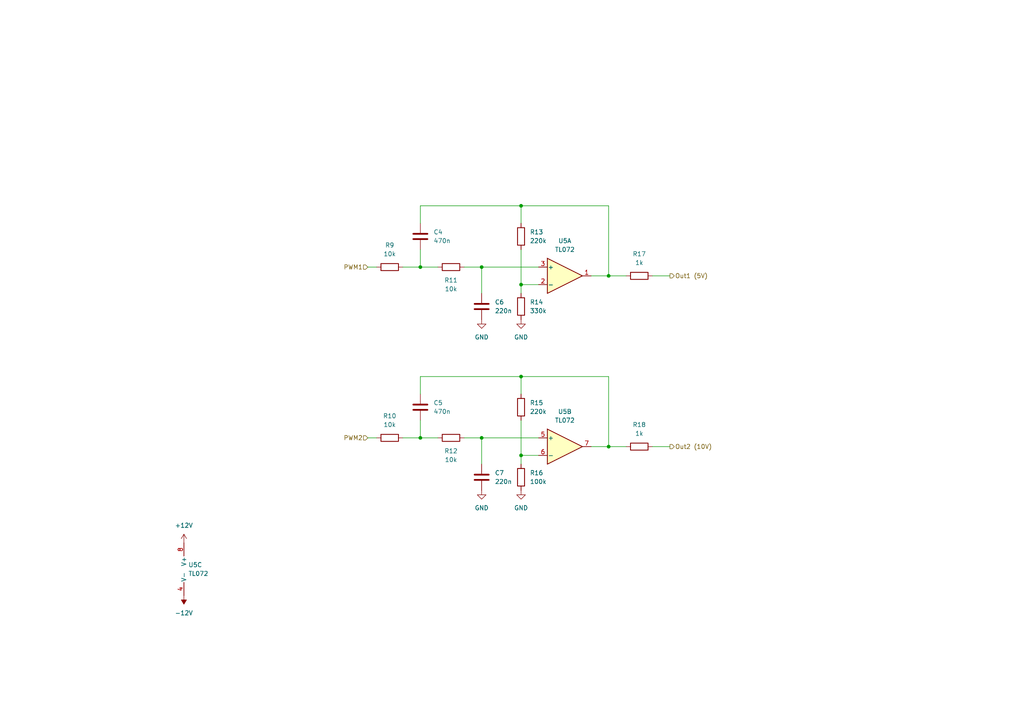
<source format=kicad_sch>
(kicad_sch (version 20211123) (generator eeschema)
  (paper "A4")
  (lib_symbols
    (symbol "Amplifier_Operational:TL072" (pin_names (offset 0.127))
      (property "Reference" "U" (at 0 5.08 0))
      (property "Value" "TL072" (at 0 -5.08 0))
      (symbol "TL072_1_1"
        (polyline (pts (xy -5.08 5.08) (xy 5.08 0) (xy -5.08 -5.08) (xy -5.08 5.08)) (stroke (width 0.254)) (fill (type background)))
        (pin output line (at 7.62 0 180) (length 2.54) (name "~") (number "1"))
        (pin input line (at -7.62 -2.54 0) (length 2.54) (name "-") (number "2"))
        (pin input line (at -7.62 2.54 0) (length 2.54) (name "+") (number "3"))
      )
      (symbol "TL072_2_1"
        (polyline (pts (xy -5.08 5.08) (xy 5.08 0) (xy -5.08 -5.08) (xy -5.08 5.08)) (stroke (width 0.254)) (fill (type background)))
        (pin input line (at -7.62 2.54 0) (length 2.54) (name "+") (number "5"))
        (pin input line (at -7.62 -2.54 0) (length 2.54) (name "-") (number "6"))
        (pin output line (at 7.62 0 180) (length 2.54) (name "~") (number "7"))
      )
      (symbol "TL072_3_1"
        (pin power_in line (at -2.54 -7.62 90) (length 3.81) (name "V-") (number "4"))
        (pin power_in line (at -2.54 7.62 270) (length 3.81) (name "V+") (number "8"))
      )
    )
    (symbol "Device:C" (pin_numbers hide) (pin_names (offset 0.254))
      (property "Reference" "C" (at 0.635 2.54 0))
      (property "Value" "C" (at 0.635 -2.54 0))
      (symbol "C_0_1"
        (polyline (pts (xy -2.032 -0.762) (xy 2.032 -0.762)) (stroke (width 0.508)))
        (polyline (pts (xy -2.032 0.762) (xy 2.032 0.762)) (stroke (width 0.508)))
      )
      (symbol "C_1_1"
        (pin passive line (at 0 3.81 270) (length 2.794) (name "~") (number "1"))
        (pin passive line (at 0 -3.81 90) (length 2.794) (name "~") (number "2"))
      )
    )
    (symbol "Device:R" (pin_numbers hide) (pin_names (offset 0))
      (property "Reference" "R" (at 2.032 0 90))
      (property "Value" "R" (at 0 0 90))
      (symbol "R_0_1"
        (rectangle (start -1.016 -2.54) (end 1.016 2.54) (stroke (width 0.254)))
      )
      (symbol "R_1_1"
        (pin passive line (at 0 3.81 270) (length 1.27) (name "~") (number "1"))
        (pin passive line (at 0 -3.81 90) (length 1.27) (name "~") (number "2"))
      )
    )
    (symbol "power:+12V" (power) (pin_names (offset 0))
      (property "Value" "+12V" (at 0 3.556 0))
      (symbol "+12V_0_1"
        (polyline (pts (xy -0.762 1.27) (xy 0 2.54)))
        (polyline (pts (xy 0 0) (xy 0 2.54)))
        (polyline (pts (xy 0 2.54) (xy 0.762 1.27)))
      )
      (symbol "+12V_1_1"
        (pin power_in line (at 0 0 90) (length 0) hide (name "+12V") (number "1"))
      )
    )
    (symbol "power:-12V" (power) (pin_names (offset 0))
      (property "Value" "-12V" (at 0 3.81 0))
      (symbol "-12V_0_0"
        (pin power_in line (at 0 0 90) (length 0) hide (name "-12V") (number "1"))
      )
      (symbol "-12V_0_1"
        (polyline (pts (xy 0 0) (xy 0 1.27) (xy 0.762 1.27) (xy 0 2.54) (xy -0.762 1.27) (xy 0 1.27)) (fill (type outline)))
      )
    )
    (symbol "power:GND" (power) (pin_names (offset 0))
      (property "Value" "GND" (at 0 -3.81 0))
      (symbol "GND_0_1"
        (polyline (pts (xy 0 0) (xy 0 -1.27) (xy 1.27 -1.27) (xy 0 -2.54) (xy -1.27 -1.27) (xy 0 -1.27)))
      )
      (symbol "GND_1_1"
        (pin power_in line (at 0 0 270) (length 0) hide (name "GND") (number "1"))
      )
    )
  )
  (junction (at 121.92 127))
  (junction (at 139.7 127))
  (junction (at 151.13 109.22))
  (junction (at 176.53 129.54))
  (junction (at 151.13 59.69))
  (junction (at 151.13 82.55))
  (junction (at 176.53 80.01))
  (junction (at 139.7 77.47))
  (junction (at 151.13 132.08))
  (junction (at 121.92 77.47))
  (wire (pts (xy 121.92 59.69) (xy 121.92 64.77)))
  (wire (pts (xy 134.62 127) (xy 139.7 127)))
  (wire (pts (xy 106.68 77.47) (xy 109.22 77.47)))
  (wire (pts (xy 121.92 109.22) (xy 121.92 114.3)))
  (wire (pts (xy 134.62 77.47) (xy 139.7 77.47)))
  (wire (pts (xy 176.53 80.01) (xy 181.61 80.01)))
  (wire (pts (xy 151.13 109.22) (xy 121.92 109.22)))
  (wire (pts (xy 116.84 77.47) (xy 121.92 77.47)))
  (wire (pts (xy 176.53 59.69) (xy 151.13 59.69)))
  (wire (pts (xy 151.13 59.69) (xy 151.13 64.77)))
  (wire (pts (xy 106.68 127) (xy 109.22 127)))
  (wire (pts (xy 171.45 129.54) (xy 176.53 129.54)))
  (wire (pts (xy 151.13 132.08) (xy 151.13 134.62)))
  (wire (pts (xy 121.92 72.39) (xy 121.92 77.47)))
  (wire (pts (xy 116.84 127) (xy 121.92 127)))
  (wire (pts (xy 121.92 121.92) (xy 121.92 127)))
  (wire (pts (xy 176.53 109.22) (xy 151.13 109.22)))
  (wire (pts (xy 151.13 82.55) (xy 151.13 85.09)))
  (wire (pts (xy 176.53 129.54) (xy 181.61 129.54)))
  (wire (pts (xy 139.7 127) (xy 156.21 127)))
  (wire (pts (xy 151.13 121.92) (xy 151.13 132.08)))
  (wire (pts (xy 121.92 77.47) (xy 127 77.47)))
  (wire (pts (xy 171.45 80.01) (xy 176.53 80.01)))
  (wire (pts (xy 139.7 134.62) (xy 139.7 127)))
  (wire (pts (xy 151.13 132.08) (xy 156.21 132.08)))
  (wire (pts (xy 151.13 109.22) (xy 151.13 114.3)))
  (wire (pts (xy 176.53 80.01) (xy 176.53 59.69)))
  (wire (pts (xy 189.23 129.54) (xy 194.31 129.54)))
  (wire (pts (xy 139.7 77.47) (xy 156.21 77.47)))
  (wire (pts (xy 176.53 129.54) (xy 176.53 109.22)))
  (wire (pts (xy 151.13 72.39) (xy 151.13 82.55)))
  (wire (pts (xy 151.13 59.69) (xy 121.92 59.69)))
  (wire (pts (xy 151.13 82.55) (xy 156.21 82.55)))
  (wire (pts (xy 139.7 85.09) (xy 139.7 77.47)))
  (wire (pts (xy 121.92 127) (xy 127 127)))
  (wire (pts (xy 189.23 80.01) (xy 194.31 80.01)))
  (hierarchical_label "Out1 (5V)" (shape output) (at 194.31 80.01 0))
  (hierarchical_label "PWM2" (shape input) (at 106.68 127 180))
  (hierarchical_label "PWM1" (shape input) (at 106.68 77.47 180))
  (hierarchical_label "Out2 (10V)" (shape output) (at 194.31 129.54 0))
  (symbol (lib_id "Device:R") (at 130.81 127 90) (unit 1)
    (property "Reference" "R12" (at 130.81 130.81 90))
    (property "Value" "10k" (at 130.81 133.35 90))
  )
  (symbol (lib_id "power:GND") (at 151.13 92.71 0) (unit 1)
    (property "Reference" "#PWR025" (effects hide))
    (property "Value" "GND" (at 151.13 97.79 0))
  )
  (symbol (lib_id "Device:R") (at 151.13 88.9 0) (unit 1)
    (property "Reference" "R14" (at 153.67 87.6299 0) (effects (justify left)))
    (property "Value" "330k" (at 153.67 90.1699 0) (effects (justify left)))
  )
  (symbol (lib_id "power:GND") (at 151.13 142.24 0) (unit 1)
    (property "Reference" "#PWR026" (effects hide))
    (property "Value" "GND" (at 151.13 147.32 0))
  )
  (symbol (lib_id "Device:R") (at 130.81 77.47 90) (unit 1)
    (property "Reference" "R11" (at 130.81 81.28 90))
    (property "Value" "10k" (at 130.81 83.82 90))
  )
  (symbol (lib_id "Amplifier_Operational:TL072") (at 163.83 129.54 0) (unit 2)
    (property "Reference" "U5" (at 163.83 119.38 0))
    (property "Value" "TL072" (at 163.83 121.92 0))
    (property "Datasheet" "http://www.ti.com/lit/ds/symlink/tl071.pdf" (effects hide))
  )
  (symbol (lib_id "power:+12V") (at 53.34 157.48 0) (unit 1)
    (property "Reference" "#PWR021" (effects hide))
    (property "Value" "+12V" (at 53.34 152.4 0))
  )
  (symbol (lib_id "Amplifier_Operational:TL072") (at 163.83 80.01 0) (unit 1)
    (property "Reference" "U5" (at 163.83 69.85 0))
    (property "Value" "TL072" (at 163.83 72.39 0))
    (property "Datasheet" "http://www.ti.com/lit/ds/symlink/tl071.pdf" (effects hide))
  )
  (symbol (lib_id "Device:R") (at 113.03 127 90) (unit 1)
    (property "Reference" "R10" (at 113.03 120.65 90))
    (property "Value" "10k" (at 113.03 123.19 90))
  )
  (symbol (lib_id "Device:R") (at 151.13 118.11 0) (unit 1)
    (property "Reference" "R15" (at 153.67 116.8399 0) (effects (justify left)))
    (property "Value" "220k" (at 153.67 119.3799 0) (effects (justify left)))
  )
  (symbol (lib_id "Device:R") (at 151.13 138.43 0) (unit 1)
    (property "Reference" "R16" (at 153.67 137.1599 0) (effects (justify left)))
    (property "Value" "100k" (at 153.67 139.6999 0) (effects (justify left)))
  )
  (symbol (lib_id "Device:R") (at 151.13 68.58 0) (unit 1)
    (property "Reference" "R13" (at 153.67 67.3099 0) (effects (justify left)))
    (property "Value" "220k" (at 153.67 69.8499 0) (effects (justify left)))
  )
  (symbol (lib_id "Device:C") (at 121.92 118.11 0) (unit 1)
    (property "Reference" "C5" (at 125.73 116.8399 0) (effects (justify left)))
    (property "Value" "470n" (at 125.73 119.3799 0) (effects (justify left)))
  )
  (symbol (lib_id "power:GND") (at 139.7 142.24 0) (unit 1)
    (property "Reference" "#PWR024" (effects hide))
    (property "Value" "GND" (at 139.7 147.32 0))
  )
  (symbol (lib_id "Device:R") (at 113.03 77.47 90) (unit 1)
    (property "Reference" "R9" (at 113.03 71.12 90))
    (property "Value" "10k" (at 113.03 73.66 90))
  )
  (symbol (lib_id "Device:C") (at 121.92 68.58 0) (unit 1)
    (property "Reference" "C4" (at 125.73 67.3099 0) (effects (justify left)))
    (property "Value" "470n" (at 125.73 69.8499 0) (effects (justify left)))
  )
  (symbol (lib_id "Device:R") (at 185.42 129.54 90) (unit 1)
    (property "Reference" "R18" (at 185.42 123.19 90))
    (property "Value" "1k" (at 185.42 125.73 90))
  )
  (symbol (lib_id "Device:C") (at 139.7 88.9 0) (unit 1)
    (property "Reference" "C6" (at 143.51 87.6299 0) (effects (justify left)))
    (property "Value" "220n" (at 143.51 90.1699 0) (effects (justify left)))
  )
  (symbol (lib_id "Device:R") (at 185.42 80.01 90) (unit 1)
    (property "Reference" "R17" (at 185.42 73.66 90))
    (property "Value" "1k" (at 185.42 76.2 90))
  )
  (symbol (lib_id "power:-12V") (at 53.34 172.72 0) (mirror x) (unit 1)
    (property "Reference" "#PWR022" (effects hide))
    (property "Value" "-12V" (at 53.34 177.8 0))
  )
  (symbol (lib_id "power:GND") (at 139.7 92.71 0) (unit 1)
    (property "Reference" "#PWR023" (effects hide))
    (property "Value" "GND" (at 139.7 97.79 0))
  )
  (symbol (lib_id "Amplifier_Operational:TL072") (at 55.88 165.1 0) (unit 3)
    (property "Reference" "U5" (at 54.61 163.8299 0) (effects (justify left)))
    (property "Value" "TL072" (at 54.61 166.3699 0) (effects (justify left)))
    (property "Datasheet" "http://www.ti.com/lit/ds/symlink/tl071.pdf" (effects hide))
  )
  (symbol (lib_id "Device:C") (at 139.7 138.43 0) (unit 1)
    (property "Reference" "C7" (at 143.51 137.1599 0) (effects (justify left)))
    (property "Value" "220n" (at 143.51 139.6999 0) (effects (justify left)))
  )
)
</source>
